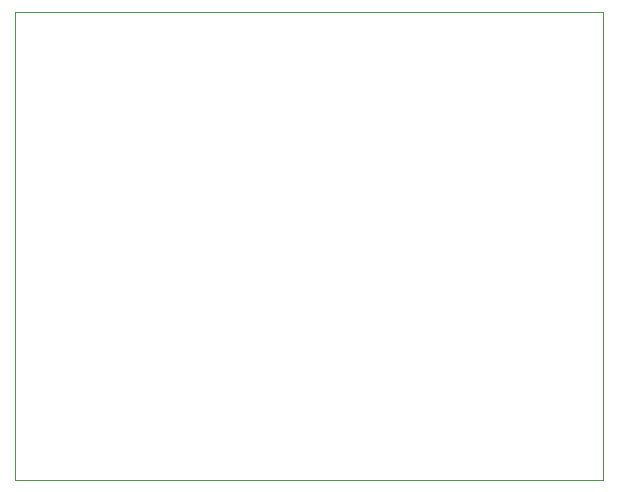
<source format=gbr>
%TF.GenerationSoftware,KiCad,Pcbnew,8.0.4+1*%
%TF.CreationDate,2024-10-18T12:55:20+00:00*%
%TF.ProjectId,TFGPSLITE01,54464750-534c-4495-9445-30312e6b6963,rev?*%
%TF.SameCoordinates,Original*%
%TF.FileFunction,Profile,NP*%
%FSLAX46Y46*%
G04 Gerber Fmt 4.6, Leading zero omitted, Abs format (unit mm)*
G04 Created by KiCad (PCBNEW 8.0.4+1) date 2024-10-18 12:55:20*
%MOMM*%
%LPD*%
G01*
G04 APERTURE LIST*
%TA.AperFunction,Profile*%
%ADD10C,0.050000*%
%TD*%
G04 APERTURE END LIST*
D10*
X111120000Y-85100000D02*
X160920000Y-85100000D01*
X160920000Y-124740000D01*
X111120000Y-124740000D01*
X111120000Y-85100000D01*
M02*

</source>
